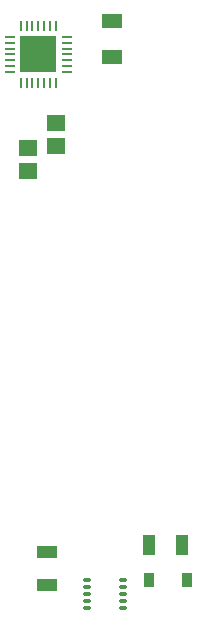
<source format=gbp>
G04 Layer_Color=16770453*
%FSLAX24Y24*%
%MOIN*%
G70*
G01*
G75*
%ADD10R,0.0610X0.0532*%
%ADD48O,0.0079X0.0335*%
%ADD49O,0.0335X0.0079*%
%ADD50R,0.1232X0.1232*%
%ADD51R,0.0358X0.0480*%
%ADD52R,0.0394X0.0669*%
%ADD53R,0.0669X0.0394*%
G04:AMPARAMS|DCode=54|XSize=25.6mil|YSize=11.8mil|CornerRadius=3mil|HoleSize=0mil|Usage=FLASHONLY|Rotation=0.000|XOffset=0mil|YOffset=0mil|HoleType=Round|Shape=RoundedRectangle|*
%AMROUNDEDRECTD54*
21,1,0.0256,0.0059,0,0,0.0*
21,1,0.0197,0.0118,0,0,0.0*
1,1,0.0059,0.0098,-0.0030*
1,1,0.0059,-0.0098,-0.0030*
1,1,0.0059,-0.0098,0.0030*
1,1,0.0059,0.0098,0.0030*
%
%ADD54ROUNDEDRECTD54*%
%ADD55R,0.0709X0.0453*%
D10*
X19134Y40463D02*
D03*
Y39695D02*
D03*
X18191Y39624D02*
D03*
Y38856D02*
D03*
D48*
X17953Y43711D02*
D03*
X18150D02*
D03*
X18346D02*
D03*
X18543D02*
D03*
X18740D02*
D03*
X18937D02*
D03*
X19134D02*
D03*
Y41801D02*
D03*
X18937D02*
D03*
X18740D02*
D03*
X18543D02*
D03*
X18346D02*
D03*
X18150D02*
D03*
X17953D02*
D03*
D49*
X19498Y43346D02*
D03*
Y43150D02*
D03*
Y42953D02*
D03*
Y42756D02*
D03*
Y42559D02*
D03*
Y42362D02*
D03*
Y42165D02*
D03*
X17589D02*
D03*
Y42362D02*
D03*
Y42559D02*
D03*
Y42756D02*
D03*
Y42953D02*
D03*
Y43150D02*
D03*
Y43346D02*
D03*
D50*
X18543Y42756D02*
D03*
D51*
X22219Y25249D02*
D03*
X23510D02*
D03*
D52*
X22236Y26391D02*
D03*
X23326D02*
D03*
D53*
X18819Y25080D02*
D03*
Y26170D02*
D03*
D54*
X21378Y24301D02*
D03*
Y24537D02*
D03*
Y24774D02*
D03*
Y25010D02*
D03*
Y25246D02*
D03*
X20177D02*
D03*
Y25010D02*
D03*
Y24774D02*
D03*
Y24537D02*
D03*
Y24301D02*
D03*
D55*
X20984Y42677D02*
D03*
Y43858D02*
D03*
M02*

</source>
